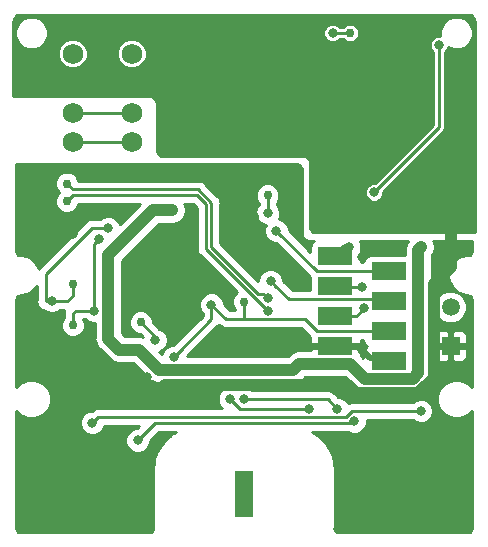
<source format=gbr>
%TF.GenerationSoftware,KiCad,Pcbnew,5.0.1-33cea8e~67~ubuntu18.04.1*%
%TF.CreationDate,2019-01-08T21:33:24+01:00*%
%TF.ProjectId,hvac-sensor-module,687661632D73656E736F722D6D6F6475,1.0*%
%TF.SameCoordinates,Original*%
%TF.FileFunction,Copper,L2,Bot,Signal*%
%TF.FilePolarity,Positive*%
%FSLAX46Y46*%
G04 Gerber Fmt 4.6, Leading zero omitted, Abs format (unit mm)*
G04 Created by KiCad (PCBNEW 5.0.1-33cea8e~67~ubuntu18.04.1) date Di 08 Jan 2019 21:33:24 CET*
%MOMM*%
%LPD*%
G01*
G04 APERTURE LIST*
%ADD10C,0.600000*%
%ADD11R,1.600000X4.000000*%
%ADD12C,1.750000*%
%ADD13R,3.000000X1.500000*%
%ADD14C,1.500000*%
%ADD15R,1.500000X1.500000*%
%ADD16C,0.750000*%
%ADD17C,0.800000*%
%ADD18C,0.500000*%
%ADD19C,1.000000*%
%ADD20C,0.250000*%
%ADD21C,0.254000*%
G04 APERTURE END LIST*
D10*
X144600000Y-121000000D03*
X144600000Y-121850000D03*
X144600000Y-120150000D03*
X145400000Y-121000000D03*
X145400000Y-121850000D03*
X145400000Y-120150000D03*
D11*
X145000000Y-121000000D03*
D12*
X130500000Y-83750000D03*
X130500000Y-86250000D03*
X130500000Y-88750000D03*
X130500000Y-91250000D03*
X135500000Y-83750000D03*
X135500000Y-86250000D03*
X135500000Y-88750000D03*
X135500000Y-91250000D03*
D13*
X157250000Y-109810000D03*
X152750000Y-108540000D03*
X157250000Y-107270000D03*
X152750000Y-106000000D03*
X157250000Y-104730000D03*
X152750000Y-103460000D03*
X157250000Y-102190000D03*
X152750000Y-100920000D03*
D14*
X162500000Y-105200000D03*
D15*
X162500000Y-108500000D03*
D16*
X154000000Y-82000000D03*
X130500000Y-103250000D03*
X130500000Y-106750000D03*
X145000000Y-104750000D03*
X147000000Y-95750000D03*
X136250000Y-106500000D03*
X130000000Y-96250000D03*
X130000000Y-94750000D03*
D17*
X135400000Y-103800000D03*
X152000000Y-92500000D03*
X149600000Y-93400000D03*
X126000000Y-93500000D03*
X138500000Y-93500000D03*
X136500000Y-100119448D03*
X155010000Y-108800000D03*
X157500000Y-115100000D03*
X142200000Y-103000000D03*
X126000000Y-100000000D03*
X126000000Y-110000000D03*
X126000000Y-120000000D03*
X164000000Y-120000000D03*
X164000000Y-110000000D03*
X164000000Y-100000000D03*
X126000000Y-124000000D03*
X137000000Y-124000000D03*
X153000000Y-124000000D03*
X164000000Y-124000000D03*
X137500000Y-116750000D03*
X152500000Y-116750000D03*
X162800000Y-85400000D03*
X154000000Y-91000000D03*
X152000000Y-91000000D03*
X138297418Y-111774990D03*
X144500000Y-111774990D03*
X136750000Y-111100010D03*
X155025008Y-101000000D03*
X144750001Y-96250000D03*
X146000000Y-102250000D03*
X155000000Y-112500000D03*
X143250000Y-107750000D03*
X151500000Y-108540000D03*
X133625010Y-93500000D03*
X130500000Y-99000000D03*
X153000000Y-91000000D03*
X156000000Y-95500000D03*
X161500000Y-83000000D03*
X160000000Y-100100000D03*
X138900000Y-97000000D03*
X133500000Y-102500000D03*
X149700000Y-110000000D03*
X155260001Y-111260001D03*
X153875000Y-100100000D03*
X133500000Y-106800000D03*
X136000000Y-116500012D03*
X154346791Y-114877890D03*
X142250000Y-105000000D03*
X139062382Y-109422353D03*
X160000000Y-114000000D03*
X132149960Y-115000000D03*
X155149988Y-105274990D03*
X147250000Y-103000000D03*
X155000000Y-103500000D03*
X147750000Y-98750000D03*
X137500000Y-108000000D03*
X147000000Y-105500000D03*
X146999683Y-104474364D03*
X152500000Y-82000000D03*
X152918396Y-113824979D03*
X145000000Y-112999998D03*
X150500000Y-113824979D03*
X143800000Y-113000000D03*
X147000000Y-97250000D03*
X133499984Y-98500000D03*
X128750000Y-104700000D03*
X132300000Y-105500000D03*
X132725010Y-99433286D03*
D18*
X152750000Y-108540000D02*
X154750000Y-108540000D01*
X156930000Y-109490000D02*
X157250000Y-109810000D01*
X155700000Y-109490000D02*
X156930000Y-109490000D01*
X154750000Y-108540000D02*
X155010000Y-108800000D01*
X155010000Y-108800000D02*
X155700000Y-109490000D01*
X136200000Y-103000000D02*
X135400000Y-103800000D01*
X142200000Y-103000000D02*
X136200000Y-103000000D01*
D19*
X162500000Y-101800000D02*
X161049999Y-103250001D01*
X161049999Y-103250001D02*
X161049999Y-111217074D01*
X159767073Y-112500000D02*
X155000000Y-112500000D01*
X154500000Y-112500000D02*
X153774990Y-111774990D01*
X138863103Y-111774990D02*
X138297418Y-111774990D01*
X162500000Y-98000000D02*
X162500000Y-101800000D01*
X161900000Y-97400000D02*
X162500000Y-98000000D01*
X152000000Y-92500000D02*
X152000000Y-93065685D01*
X161049999Y-111217074D02*
X159767073Y-112500000D01*
X152000000Y-93065685D02*
X156334315Y-97400000D01*
X156334315Y-97400000D02*
X161900000Y-97400000D01*
X153774990Y-111774990D02*
X144500000Y-111774990D01*
X144500000Y-111774990D02*
X138863103Y-111774990D01*
D18*
X144750001Y-96250000D02*
X146000000Y-97499999D01*
X146000000Y-101684315D02*
X146000000Y-102250000D01*
X146000000Y-97499999D02*
X146000000Y-101684315D01*
D19*
X155000000Y-112500000D02*
X154500000Y-112500000D01*
D18*
X144040000Y-108540000D02*
X143649999Y-108149999D01*
X143649999Y-108149999D02*
X143250000Y-107750000D01*
X152750000Y-108540000D02*
X151500000Y-108540000D01*
X151500000Y-108540000D02*
X144040000Y-108540000D01*
D20*
X156000000Y-95500000D02*
X161500000Y-90000000D01*
X161500000Y-90000000D02*
X161500000Y-83000000D01*
D19*
X133500000Y-100800000D02*
X137300000Y-97000000D01*
X137300000Y-97000000D02*
X138900000Y-97000000D01*
X133500000Y-102500000D02*
X133500000Y-100800000D01*
X133500000Y-106800000D02*
X133500000Y-102500000D01*
X155260001Y-111260001D02*
X154000000Y-110000000D01*
X154000000Y-110000000D02*
X149700000Y-110000000D01*
X159310001Y-111260001D02*
X155260001Y-111260001D01*
X159750000Y-110820002D02*
X159310001Y-111260001D01*
X160000000Y-100100000D02*
X159750000Y-100350000D01*
X159750000Y-100350000D02*
X159750000Y-110820002D01*
X136090696Y-108825011D02*
X134447007Y-108825011D01*
X149177645Y-110522355D02*
X137788040Y-110522355D01*
X133500000Y-107365685D02*
X133500000Y-106800000D01*
X137788040Y-110522355D02*
X136090696Y-108825011D01*
X133500000Y-107878004D02*
X133500000Y-107365685D01*
X149700000Y-110000000D02*
X149177645Y-110522355D01*
X134447007Y-108825011D02*
X133500000Y-107878004D01*
D18*
X153570000Y-100100000D02*
X152750000Y-100920000D01*
X153875000Y-100100000D02*
X153570000Y-100100000D01*
D20*
X154221791Y-115002890D02*
X154346791Y-114877890D01*
X137497122Y-115002890D02*
X154221791Y-115002890D01*
X136000000Y-116500012D02*
X137497122Y-115002890D01*
X143500000Y-106250000D02*
X142250000Y-105000000D01*
X151164998Y-107250000D02*
X150164998Y-106250000D01*
X157250000Y-107270000D02*
X157230000Y-107250000D01*
X157230000Y-107250000D02*
X151164998Y-107250000D01*
X150164998Y-106250000D02*
X145000000Y-106250000D01*
X145000000Y-104750000D02*
X145000000Y-106250000D01*
X145000000Y-106250000D02*
X143500000Y-106250000D01*
X142250000Y-105000000D02*
X142250000Y-106234735D01*
X139462381Y-109022354D02*
X139062382Y-109422353D01*
X142250000Y-106234735D02*
X139462381Y-109022354D01*
X132599971Y-114549989D02*
X132549959Y-114600001D01*
X132549959Y-114600001D02*
X132149960Y-115000000D01*
X153621789Y-114549989D02*
X132599971Y-114549989D01*
X160000000Y-114000000D02*
X154171778Y-114000000D01*
X154171778Y-114000000D02*
X153621789Y-114549989D01*
X152750000Y-106000000D02*
X154500000Y-106000000D01*
X155149988Y-105350012D02*
X155149988Y-105274990D01*
X154500000Y-106000000D02*
X155149988Y-105350012D01*
X157069988Y-104549988D02*
X148799988Y-104549988D01*
X148799988Y-104549988D02*
X147649999Y-103399999D01*
X157250000Y-104730000D02*
X157069988Y-104549988D01*
X147649999Y-103399999D02*
X147250000Y-103000000D01*
X152790000Y-103500000D02*
X152750000Y-103460000D01*
X155000000Y-103500000D02*
X152790000Y-103500000D01*
X147750000Y-98755002D02*
X147750000Y-98750000D01*
X157250000Y-102190000D02*
X151184998Y-102190000D01*
X151184998Y-102190000D02*
X147750000Y-98755002D01*
X130500000Y-91250000D02*
X135500000Y-91250000D01*
X130500000Y-88750000D02*
X135500000Y-88750000D01*
X137500000Y-108000000D02*
X137500000Y-107750000D01*
X137500000Y-107750000D02*
X136250000Y-106500000D01*
X130500000Y-95750000D02*
X130000000Y-96250000D01*
X141000000Y-95750000D02*
X130500000Y-95750000D01*
X141750000Y-96500000D02*
X141000000Y-95750000D01*
X147000000Y-105500000D02*
X141750000Y-100250000D01*
X141750000Y-100250000D02*
X141750000Y-96500000D01*
X146599684Y-104074365D02*
X146999683Y-104474364D01*
X130500000Y-95250000D02*
X141136411Y-95250000D01*
X142250000Y-100113590D02*
X146210775Y-104074365D01*
X146210775Y-104074365D02*
X146599684Y-104074365D01*
X141136411Y-95250000D02*
X142250000Y-96363589D01*
X130000000Y-94750000D02*
X130500000Y-95250000D01*
X142250000Y-96363589D02*
X142250000Y-100113590D01*
X154000000Y-82000000D02*
X152500000Y-82000000D01*
X152093415Y-112999998D02*
X145565685Y-112999998D01*
X145565685Y-112999998D02*
X145000000Y-112999998D01*
X152918396Y-113824979D02*
X152093415Y-112999998D01*
X144624979Y-113824979D02*
X144199999Y-113399999D01*
X144199999Y-113399999D02*
X143800000Y-113000000D01*
X150500000Y-113824979D02*
X144624979Y-113824979D01*
X147000000Y-97250000D02*
X147000000Y-95750000D01*
X128200000Y-104700000D02*
X128200000Y-102434315D01*
X128200000Y-102434315D02*
X132134315Y-98500000D01*
X132934299Y-98500000D02*
X133499984Y-98500000D01*
X132134315Y-98500000D02*
X132934299Y-98500000D01*
X130500000Y-104250000D02*
X130500000Y-103250000D01*
X130050000Y-104700000D02*
X130500000Y-104250000D01*
X128200000Y-104700000D02*
X128750000Y-104700000D01*
X128750000Y-104700000D02*
X130050000Y-104700000D01*
X130500000Y-106750000D02*
X130500000Y-105750000D01*
X130500000Y-105750000D02*
X130750000Y-105500000D01*
X130750000Y-105500000D02*
X131734315Y-105500000D01*
X131734315Y-105500000D02*
X132300000Y-105500000D01*
X132300000Y-99858296D02*
X132325011Y-99833285D01*
X132300000Y-105500000D02*
X132300000Y-99858296D01*
X132325011Y-99833285D02*
X132725010Y-99433286D01*
G36*
X164292001Y-100430264D02*
X164256959Y-100606435D01*
X164196667Y-100696668D01*
X164106435Y-100756959D01*
X163861877Y-100805604D01*
X163479194Y-100881724D01*
X163479193Y-100881724D01*
X163407745Y-100911319D01*
X163223974Y-100987439D01*
X163223973Y-100987440D01*
X162899550Y-101204212D01*
X162704212Y-101399549D01*
X162704212Y-101399550D01*
X162487439Y-101723974D01*
X162381725Y-101979192D01*
X162381724Y-101979194D01*
X162305605Y-102361873D01*
X162305604Y-102361875D01*
X162305604Y-102638123D01*
X162381724Y-103020806D01*
X162381724Y-103020807D01*
X162487439Y-103276026D01*
X162704211Y-103600448D01*
X162704212Y-103600451D01*
X162899550Y-103795788D01*
X163186057Y-103987225D01*
X162775096Y-103817000D01*
X162224904Y-103817000D01*
X161716593Y-104027549D01*
X161327549Y-104416593D01*
X161117000Y-104924904D01*
X161117000Y-105475096D01*
X161327549Y-105983407D01*
X161716593Y-106372451D01*
X162224904Y-106583000D01*
X162775096Y-106583000D01*
X163283407Y-106372451D01*
X163672451Y-105983407D01*
X163883000Y-105475096D01*
X163883000Y-104924904D01*
X163672451Y-104416593D01*
X163299846Y-104043988D01*
X163354895Y-104066790D01*
X163479193Y-104118276D01*
X163479194Y-104118276D01*
X163861877Y-104194396D01*
X164106435Y-104243041D01*
X164196667Y-104303332D01*
X164256959Y-104393565D01*
X164292000Y-104569731D01*
X164292000Y-111982590D01*
X163925020Y-111615610D01*
X163324824Y-111367000D01*
X162675176Y-111367000D01*
X162074980Y-111615610D01*
X161615610Y-112074980D01*
X161367000Y-112675176D01*
X161367000Y-113324824D01*
X161615610Y-113925020D01*
X162074980Y-114384390D01*
X162675176Y-114633000D01*
X163324824Y-114633000D01*
X163925020Y-114384390D01*
X164292000Y-114017410D01*
X164292001Y-123930264D01*
X164256959Y-124106435D01*
X164196667Y-124196668D01*
X164106435Y-124256959D01*
X163930269Y-124292000D01*
X153069731Y-124292000D01*
X152893565Y-124256959D01*
X152803332Y-124196667D01*
X152743041Y-124106435D01*
X152708000Y-123930269D01*
X152708000Y-118930271D01*
X152701816Y-118899184D01*
X152657784Y-118405809D01*
X152651919Y-118377611D01*
X152650361Y-118348846D01*
X152630190Y-118263520D01*
X152428783Y-117598527D01*
X152413488Y-117563351D01*
X152402656Y-117526547D01*
X152363397Y-117448149D01*
X152014411Y-116847325D01*
X151991431Y-116816607D01*
X151972425Y-116783286D01*
X151916184Y-116716022D01*
X151438339Y-116211598D01*
X151408911Y-116186992D01*
X151382748Y-116158936D01*
X151312552Y-116106423D01*
X151312541Y-116106414D01*
X151312535Y-116106411D01*
X150785528Y-115760890D01*
X153779182Y-115760890D01*
X154141314Y-115910890D01*
X154552268Y-115910890D01*
X154931939Y-115753625D01*
X155222526Y-115463038D01*
X155379791Y-115083367D01*
X155379791Y-114758000D01*
X159297117Y-114758000D01*
X159414852Y-114875735D01*
X159794523Y-115033000D01*
X160205477Y-115033000D01*
X160585148Y-114875735D01*
X160875735Y-114585148D01*
X161033000Y-114205477D01*
X161033000Y-113794523D01*
X160875735Y-113414852D01*
X160585148Y-113124265D01*
X160205477Y-112967000D01*
X159794523Y-112967000D01*
X159414852Y-113124265D01*
X159297117Y-113242000D01*
X154246430Y-113242000D01*
X154171778Y-113227151D01*
X154097126Y-113242000D01*
X154097122Y-113242000D01*
X153876021Y-113285980D01*
X153826854Y-113318832D01*
X153794131Y-113239831D01*
X153503544Y-112949244D01*
X153123873Y-112791979D01*
X152957369Y-112791979D01*
X152682191Y-112516801D01*
X152639902Y-112453511D01*
X152389172Y-112285978D01*
X152168071Y-112241998D01*
X152168067Y-112241998D01*
X152093415Y-112227149D01*
X152018763Y-112241998D01*
X145702883Y-112241998D01*
X145585148Y-112124263D01*
X145205477Y-111966998D01*
X144794523Y-111966998D01*
X144414852Y-112124263D01*
X144399999Y-112139116D01*
X144385148Y-112124265D01*
X144005477Y-111967000D01*
X143594523Y-111967000D01*
X143214852Y-112124265D01*
X142924265Y-112414852D01*
X142767000Y-112794523D01*
X142767000Y-113205477D01*
X142924265Y-113585148D01*
X143131106Y-113791989D01*
X132674623Y-113791989D01*
X132599971Y-113777140D01*
X132525319Y-113791989D01*
X132525315Y-113791989D01*
X132304214Y-113835969D01*
X132108113Y-113967000D01*
X131944483Y-113967000D01*
X131564812Y-114124265D01*
X131274225Y-114414852D01*
X131116960Y-114794523D01*
X131116960Y-115205477D01*
X131274225Y-115585148D01*
X131564812Y-115875735D01*
X131944483Y-116033000D01*
X132355437Y-116033000D01*
X132735108Y-115875735D01*
X133025695Y-115585148D01*
X133140498Y-115307989D01*
X136120050Y-115307989D01*
X135961027Y-115467012D01*
X135794523Y-115467012D01*
X135414852Y-115624277D01*
X135124265Y-115914864D01*
X134967000Y-116294535D01*
X134967000Y-116705489D01*
X135124265Y-117085160D01*
X135414852Y-117375747D01*
X135794523Y-117533012D01*
X136205477Y-117533012D01*
X136585148Y-117375747D01*
X136875735Y-117085160D01*
X137033000Y-116705489D01*
X137033000Y-116538985D01*
X137811096Y-115760890D01*
X139234173Y-115760890D01*
X138847325Y-115985589D01*
X138816607Y-116008569D01*
X138783286Y-116027575D01*
X138716022Y-116083816D01*
X138211598Y-116561661D01*
X138186992Y-116591089D01*
X138158936Y-116617252D01*
X138106423Y-116687448D01*
X138106414Y-116687459D01*
X138106411Y-116687465D01*
X137725447Y-117268531D01*
X137708272Y-117302828D01*
X137686985Y-117334747D01*
X137652024Y-117415153D01*
X137414950Y-118068281D01*
X137406125Y-118105613D01*
X137392753Y-118141569D01*
X137377226Y-118227862D01*
X137300054Y-118889779D01*
X137292000Y-118930272D01*
X137292001Y-123930264D01*
X137256959Y-124106435D01*
X137196667Y-124196668D01*
X137106435Y-124256959D01*
X136930269Y-124292000D01*
X126069731Y-124292000D01*
X125893565Y-124256959D01*
X125803332Y-124196667D01*
X125743041Y-124106435D01*
X125708000Y-123930269D01*
X125708000Y-114017410D01*
X126074980Y-114384390D01*
X126675176Y-114633000D01*
X127324824Y-114633000D01*
X127925020Y-114384390D01*
X128384390Y-113925020D01*
X128633000Y-113324824D01*
X128633000Y-112675176D01*
X128384390Y-112074980D01*
X127925020Y-111615610D01*
X127324824Y-111367000D01*
X126675176Y-111367000D01*
X126074980Y-111615610D01*
X125708000Y-111982590D01*
X125708000Y-104569731D01*
X125743041Y-104393565D01*
X125803332Y-104303333D01*
X125893565Y-104243041D01*
X126138123Y-104194396D01*
X126520806Y-104118276D01*
X126520807Y-104118276D01*
X126776026Y-104012561D01*
X127100448Y-103795789D01*
X127100451Y-103795788D01*
X127295788Y-103600450D01*
X127442001Y-103381627D01*
X127442000Y-104625344D01*
X127427150Y-104700000D01*
X127485980Y-104995757D01*
X127653513Y-105246487D01*
X127904243Y-105414020D01*
X128027693Y-105438576D01*
X128164852Y-105575735D01*
X128544523Y-105733000D01*
X128955477Y-105733000D01*
X129335148Y-105575735D01*
X129452883Y-105458000D01*
X129785233Y-105458000D01*
X129727151Y-105750000D01*
X129742001Y-105824656D01*
X129742001Y-106082472D01*
X129645459Y-106179014D01*
X129492000Y-106549496D01*
X129492000Y-106950504D01*
X129645459Y-107320986D01*
X129929014Y-107604541D01*
X130299496Y-107758000D01*
X130700504Y-107758000D01*
X131070986Y-107604541D01*
X131354541Y-107320986D01*
X131508000Y-106950504D01*
X131508000Y-106549496D01*
X131387258Y-106258000D01*
X131597117Y-106258000D01*
X131714852Y-106375735D01*
X132094523Y-106533000D01*
X132367000Y-106533000D01*
X132367000Y-107766418D01*
X132344804Y-107878004D01*
X132367000Y-107989590D01*
X132432738Y-108320077D01*
X132683153Y-108694851D01*
X132777754Y-108758062D01*
X133566951Y-109547259D01*
X133630160Y-109641858D01*
X134004933Y-109892273D01*
X134335420Y-109958011D01*
X134447006Y-109980207D01*
X134558592Y-109958011D01*
X135621393Y-109958011D01*
X136907982Y-111244600D01*
X136971193Y-111339202D01*
X137345966Y-111589617D01*
X137676453Y-111655355D01*
X137676454Y-111655355D01*
X137788040Y-111677551D01*
X137899626Y-111655355D01*
X149066059Y-111655355D01*
X149177645Y-111677551D01*
X149289231Y-111655355D01*
X149289232Y-111655355D01*
X149619719Y-111589617D01*
X149994492Y-111339202D01*
X150057703Y-111244600D01*
X150169303Y-111133000D01*
X153530697Y-111133000D01*
X154379945Y-111982249D01*
X154443154Y-112076848D01*
X154537752Y-112140056D01*
X154537753Y-112140057D01*
X154817926Y-112327263D01*
X155260001Y-112415197D01*
X155371588Y-112393001D01*
X159198415Y-112393001D01*
X159310001Y-112415197D01*
X159421587Y-112393001D01*
X159421588Y-112393001D01*
X159752075Y-112327263D01*
X160126848Y-112076848D01*
X160190059Y-111982246D01*
X160472245Y-111700060D01*
X160566847Y-111636849D01*
X160817262Y-111262076D01*
X160883000Y-110931589D01*
X160905196Y-110820002D01*
X160883000Y-110708415D01*
X160883000Y-108787250D01*
X161117000Y-108787250D01*
X161117000Y-109375912D01*
X161213369Y-109608566D01*
X161391435Y-109786632D01*
X161624089Y-109883000D01*
X162212750Y-109883000D01*
X162371000Y-109724750D01*
X162371000Y-108629000D01*
X162629000Y-108629000D01*
X162629000Y-109724750D01*
X162787250Y-109883000D01*
X163375911Y-109883000D01*
X163608565Y-109786632D01*
X163786631Y-109608566D01*
X163883000Y-109375912D01*
X163883000Y-108787250D01*
X163724750Y-108629000D01*
X162629000Y-108629000D01*
X162371000Y-108629000D01*
X161275250Y-108629000D01*
X161117000Y-108787250D01*
X160883000Y-108787250D01*
X160883000Y-107624088D01*
X161117000Y-107624088D01*
X161117000Y-108212750D01*
X161275250Y-108371000D01*
X162371000Y-108371000D01*
X162371000Y-107275250D01*
X162629000Y-107275250D01*
X162629000Y-108371000D01*
X163724750Y-108371000D01*
X163883000Y-108212750D01*
X163883000Y-107624088D01*
X163786631Y-107391434D01*
X163608565Y-107213368D01*
X163375911Y-107117000D01*
X162787250Y-107117000D01*
X162629000Y-107275250D01*
X162371000Y-107275250D01*
X162212750Y-107117000D01*
X161624089Y-107117000D01*
X161391435Y-107213368D01*
X161213369Y-107391434D01*
X161117000Y-107624088D01*
X160883000Y-107624088D01*
X160883000Y-100817840D01*
X161067261Y-100542074D01*
X161155195Y-100100001D01*
X161067261Y-99657926D01*
X161045261Y-99625000D01*
X164292001Y-99625000D01*
X164292001Y-100430264D01*
X164292001Y-100430264D01*
G37*
X164292001Y-100430264D02*
X164256959Y-100606435D01*
X164196667Y-100696668D01*
X164106435Y-100756959D01*
X163861877Y-100805604D01*
X163479194Y-100881724D01*
X163479193Y-100881724D01*
X163407745Y-100911319D01*
X163223974Y-100987439D01*
X163223973Y-100987440D01*
X162899550Y-101204212D01*
X162704212Y-101399549D01*
X162704212Y-101399550D01*
X162487439Y-101723974D01*
X162381725Y-101979192D01*
X162381724Y-101979194D01*
X162305605Y-102361873D01*
X162305604Y-102361875D01*
X162305604Y-102638123D01*
X162381724Y-103020806D01*
X162381724Y-103020807D01*
X162487439Y-103276026D01*
X162704211Y-103600448D01*
X162704212Y-103600451D01*
X162899550Y-103795788D01*
X163186057Y-103987225D01*
X162775096Y-103817000D01*
X162224904Y-103817000D01*
X161716593Y-104027549D01*
X161327549Y-104416593D01*
X161117000Y-104924904D01*
X161117000Y-105475096D01*
X161327549Y-105983407D01*
X161716593Y-106372451D01*
X162224904Y-106583000D01*
X162775096Y-106583000D01*
X163283407Y-106372451D01*
X163672451Y-105983407D01*
X163883000Y-105475096D01*
X163883000Y-104924904D01*
X163672451Y-104416593D01*
X163299846Y-104043988D01*
X163354895Y-104066790D01*
X163479193Y-104118276D01*
X163479194Y-104118276D01*
X163861877Y-104194396D01*
X164106435Y-104243041D01*
X164196667Y-104303332D01*
X164256959Y-104393565D01*
X164292000Y-104569731D01*
X164292000Y-111982590D01*
X163925020Y-111615610D01*
X163324824Y-111367000D01*
X162675176Y-111367000D01*
X162074980Y-111615610D01*
X161615610Y-112074980D01*
X161367000Y-112675176D01*
X161367000Y-113324824D01*
X161615610Y-113925020D01*
X162074980Y-114384390D01*
X162675176Y-114633000D01*
X163324824Y-114633000D01*
X163925020Y-114384390D01*
X164292000Y-114017410D01*
X164292001Y-123930264D01*
X164256959Y-124106435D01*
X164196667Y-124196668D01*
X164106435Y-124256959D01*
X163930269Y-124292000D01*
X153069731Y-124292000D01*
X152893565Y-124256959D01*
X152803332Y-124196667D01*
X152743041Y-124106435D01*
X152708000Y-123930269D01*
X152708000Y-118930271D01*
X152701816Y-118899184D01*
X152657784Y-118405809D01*
X152651919Y-118377611D01*
X152650361Y-118348846D01*
X152630190Y-118263520D01*
X152428783Y-117598527D01*
X152413488Y-117563351D01*
X152402656Y-117526547D01*
X152363397Y-117448149D01*
X152014411Y-116847325D01*
X151991431Y-116816607D01*
X151972425Y-116783286D01*
X151916184Y-116716022D01*
X151438339Y-116211598D01*
X151408911Y-116186992D01*
X151382748Y-116158936D01*
X151312552Y-116106423D01*
X151312541Y-116106414D01*
X151312535Y-116106411D01*
X150785528Y-115760890D01*
X153779182Y-115760890D01*
X154141314Y-115910890D01*
X154552268Y-115910890D01*
X154931939Y-115753625D01*
X155222526Y-115463038D01*
X155379791Y-115083367D01*
X155379791Y-114758000D01*
X159297117Y-114758000D01*
X159414852Y-114875735D01*
X159794523Y-115033000D01*
X160205477Y-115033000D01*
X160585148Y-114875735D01*
X160875735Y-114585148D01*
X161033000Y-114205477D01*
X161033000Y-113794523D01*
X160875735Y-113414852D01*
X160585148Y-113124265D01*
X160205477Y-112967000D01*
X159794523Y-112967000D01*
X159414852Y-113124265D01*
X159297117Y-113242000D01*
X154246430Y-113242000D01*
X154171778Y-113227151D01*
X154097126Y-113242000D01*
X154097122Y-113242000D01*
X153876021Y-113285980D01*
X153826854Y-113318832D01*
X153794131Y-113239831D01*
X153503544Y-112949244D01*
X153123873Y-112791979D01*
X152957369Y-112791979D01*
X152682191Y-112516801D01*
X152639902Y-112453511D01*
X152389172Y-112285978D01*
X152168071Y-112241998D01*
X152168067Y-112241998D01*
X152093415Y-112227149D01*
X152018763Y-112241998D01*
X145702883Y-112241998D01*
X145585148Y-112124263D01*
X145205477Y-111966998D01*
X144794523Y-111966998D01*
X144414852Y-112124263D01*
X144399999Y-112139116D01*
X144385148Y-112124265D01*
X144005477Y-111967000D01*
X143594523Y-111967000D01*
X143214852Y-112124265D01*
X142924265Y-112414852D01*
X142767000Y-112794523D01*
X142767000Y-113205477D01*
X142924265Y-113585148D01*
X143131106Y-113791989D01*
X132674623Y-113791989D01*
X132599971Y-113777140D01*
X132525319Y-113791989D01*
X132525315Y-113791989D01*
X132304214Y-113835969D01*
X132108113Y-113967000D01*
X131944483Y-113967000D01*
X131564812Y-114124265D01*
X131274225Y-114414852D01*
X131116960Y-114794523D01*
X131116960Y-115205477D01*
X131274225Y-115585148D01*
X131564812Y-115875735D01*
X131944483Y-116033000D01*
X132355437Y-116033000D01*
X132735108Y-115875735D01*
X133025695Y-115585148D01*
X133140498Y-115307989D01*
X136120050Y-115307989D01*
X135961027Y-115467012D01*
X135794523Y-115467012D01*
X135414852Y-115624277D01*
X135124265Y-115914864D01*
X134967000Y-116294535D01*
X134967000Y-116705489D01*
X135124265Y-117085160D01*
X135414852Y-117375747D01*
X135794523Y-117533012D01*
X136205477Y-117533012D01*
X136585148Y-117375747D01*
X136875735Y-117085160D01*
X137033000Y-116705489D01*
X137033000Y-116538985D01*
X137811096Y-115760890D01*
X139234173Y-115760890D01*
X138847325Y-115985589D01*
X138816607Y-116008569D01*
X138783286Y-116027575D01*
X138716022Y-116083816D01*
X138211598Y-116561661D01*
X138186992Y-116591089D01*
X138158936Y-116617252D01*
X138106423Y-116687448D01*
X138106414Y-116687459D01*
X138106411Y-116687465D01*
X137725447Y-117268531D01*
X137708272Y-117302828D01*
X137686985Y-117334747D01*
X137652024Y-117415153D01*
X137414950Y-118068281D01*
X137406125Y-118105613D01*
X137392753Y-118141569D01*
X137377226Y-118227862D01*
X137300054Y-118889779D01*
X137292000Y-118930272D01*
X137292001Y-123930264D01*
X137256959Y-124106435D01*
X137196667Y-124196668D01*
X137106435Y-124256959D01*
X136930269Y-124292000D01*
X126069731Y-124292000D01*
X125893565Y-124256959D01*
X125803332Y-124196667D01*
X125743041Y-124106435D01*
X125708000Y-123930269D01*
X125708000Y-114017410D01*
X126074980Y-114384390D01*
X126675176Y-114633000D01*
X127324824Y-114633000D01*
X127925020Y-114384390D01*
X128384390Y-113925020D01*
X128633000Y-113324824D01*
X128633000Y-112675176D01*
X128384390Y-112074980D01*
X127925020Y-111615610D01*
X127324824Y-111367000D01*
X126675176Y-111367000D01*
X126074980Y-111615610D01*
X125708000Y-111982590D01*
X125708000Y-104569731D01*
X125743041Y-104393565D01*
X125803332Y-104303333D01*
X125893565Y-104243041D01*
X126138123Y-104194396D01*
X126520806Y-104118276D01*
X126520807Y-104118276D01*
X126776026Y-104012561D01*
X127100448Y-103795789D01*
X127100451Y-103795788D01*
X127295788Y-103600450D01*
X127442001Y-103381627D01*
X127442000Y-104625344D01*
X127427150Y-104700000D01*
X127485980Y-104995757D01*
X127653513Y-105246487D01*
X127904243Y-105414020D01*
X128027693Y-105438576D01*
X128164852Y-105575735D01*
X128544523Y-105733000D01*
X128955477Y-105733000D01*
X129335148Y-105575735D01*
X129452883Y-105458000D01*
X129785233Y-105458000D01*
X129727151Y-105750000D01*
X129742001Y-105824656D01*
X129742001Y-106082472D01*
X129645459Y-106179014D01*
X129492000Y-106549496D01*
X129492000Y-106950504D01*
X129645459Y-107320986D01*
X129929014Y-107604541D01*
X130299496Y-107758000D01*
X130700504Y-107758000D01*
X131070986Y-107604541D01*
X131354541Y-107320986D01*
X131508000Y-106950504D01*
X131508000Y-106549496D01*
X131387258Y-106258000D01*
X131597117Y-106258000D01*
X131714852Y-106375735D01*
X132094523Y-106533000D01*
X132367000Y-106533000D01*
X132367000Y-107766418D01*
X132344804Y-107878004D01*
X132367000Y-107989590D01*
X132432738Y-108320077D01*
X132683153Y-108694851D01*
X132777754Y-108758062D01*
X133566951Y-109547259D01*
X133630160Y-109641858D01*
X134004933Y-109892273D01*
X134335420Y-109958011D01*
X134447006Y-109980207D01*
X134558592Y-109958011D01*
X135621393Y-109958011D01*
X136907982Y-111244600D01*
X136971193Y-111339202D01*
X137345966Y-111589617D01*
X137676453Y-111655355D01*
X137676454Y-111655355D01*
X137788040Y-111677551D01*
X137899626Y-111655355D01*
X149066059Y-111655355D01*
X149177645Y-111677551D01*
X149289231Y-111655355D01*
X149289232Y-111655355D01*
X149619719Y-111589617D01*
X149994492Y-111339202D01*
X150057703Y-111244600D01*
X150169303Y-111133000D01*
X153530697Y-111133000D01*
X154379945Y-111982249D01*
X154443154Y-112076848D01*
X154537752Y-112140056D01*
X154537753Y-112140057D01*
X154817926Y-112327263D01*
X155260001Y-112415197D01*
X155371588Y-112393001D01*
X159198415Y-112393001D01*
X159310001Y-112415197D01*
X159421587Y-112393001D01*
X159421588Y-112393001D01*
X159752075Y-112327263D01*
X160126848Y-112076848D01*
X160190059Y-111982246D01*
X160472245Y-111700060D01*
X160566847Y-111636849D01*
X160817262Y-111262076D01*
X160883000Y-110931589D01*
X160905196Y-110820002D01*
X160883000Y-110708415D01*
X160883000Y-108787250D01*
X161117000Y-108787250D01*
X161117000Y-109375912D01*
X161213369Y-109608566D01*
X161391435Y-109786632D01*
X161624089Y-109883000D01*
X162212750Y-109883000D01*
X162371000Y-109724750D01*
X162371000Y-108629000D01*
X162629000Y-108629000D01*
X162629000Y-109724750D01*
X162787250Y-109883000D01*
X163375911Y-109883000D01*
X163608565Y-109786632D01*
X163786631Y-109608566D01*
X163883000Y-109375912D01*
X163883000Y-108787250D01*
X163724750Y-108629000D01*
X162629000Y-108629000D01*
X162371000Y-108629000D01*
X161275250Y-108629000D01*
X161117000Y-108787250D01*
X160883000Y-108787250D01*
X160883000Y-107624088D01*
X161117000Y-107624088D01*
X161117000Y-108212750D01*
X161275250Y-108371000D01*
X162371000Y-108371000D01*
X162371000Y-107275250D01*
X162629000Y-107275250D01*
X162629000Y-108371000D01*
X163724750Y-108371000D01*
X163883000Y-108212750D01*
X163883000Y-107624088D01*
X163786631Y-107391434D01*
X163608565Y-107213368D01*
X163375911Y-107117000D01*
X162787250Y-107117000D01*
X162629000Y-107275250D01*
X162371000Y-107275250D01*
X162212750Y-107117000D01*
X161624089Y-107117000D01*
X161391435Y-107213368D01*
X161213369Y-107391434D01*
X161117000Y-107624088D01*
X160883000Y-107624088D01*
X160883000Y-100817840D01*
X161067261Y-100542074D01*
X161155195Y-100100001D01*
X161067261Y-99657926D01*
X161045261Y-99625000D01*
X164292001Y-99625000D01*
X164292001Y-100430264D01*
G36*
X157379000Y-109681000D02*
X157399000Y-109681000D01*
X157399000Y-109939000D01*
X157379000Y-109939000D01*
X157379000Y-109959000D01*
X157121000Y-109959000D01*
X157121000Y-109939000D01*
X157101000Y-109939000D01*
X157101000Y-109681000D01*
X157121000Y-109681000D01*
X157121000Y-109661000D01*
X157379000Y-109661000D01*
X157379000Y-109681000D01*
X157379000Y-109681000D01*
G37*
X157379000Y-109681000D02*
X157399000Y-109681000D01*
X157399000Y-109939000D01*
X157379000Y-109939000D01*
X157379000Y-109959000D01*
X157121000Y-109959000D01*
X157121000Y-109939000D01*
X157101000Y-109939000D01*
X157101000Y-109681000D01*
X157121000Y-109681000D01*
X157121000Y-109661000D01*
X157379000Y-109661000D01*
X157379000Y-109681000D01*
G36*
X142911225Y-106733199D02*
X142953513Y-106796487D01*
X143016800Y-106838774D01*
X143016802Y-106838776D01*
X143143767Y-106923611D01*
X143204243Y-106964020D01*
X143425344Y-107008000D01*
X143425348Y-107008000D01*
X143500000Y-107022849D01*
X143574652Y-107008000D01*
X144925345Y-107008000D01*
X145000000Y-107022850D01*
X145074656Y-107008000D01*
X149851025Y-107008000D01*
X150576223Y-107733199D01*
X150617000Y-107794226D01*
X150617000Y-108252750D01*
X150775250Y-108411000D01*
X152621000Y-108411000D01*
X152621000Y-108391000D01*
X152879000Y-108391000D01*
X152879000Y-108411000D01*
X154724750Y-108411000D01*
X154883000Y-108252750D01*
X154883000Y-108008000D01*
X155104599Y-108008000D01*
X155104599Y-108020000D01*
X155153727Y-108266984D01*
X155293633Y-108476367D01*
X155380436Y-108534367D01*
X155213368Y-108701435D01*
X155117000Y-108934089D01*
X155117000Y-109514697D01*
X154883000Y-109280697D01*
X154883000Y-108827250D01*
X154724750Y-108669000D01*
X152879000Y-108669000D01*
X152879000Y-108689000D01*
X152621000Y-108689000D01*
X152621000Y-108669000D01*
X150775250Y-108669000D01*
X150617000Y-108827250D01*
X150617000Y-108867000D01*
X149811587Y-108867000D01*
X149700000Y-108844804D01*
X149257925Y-108932738D01*
X149112625Y-109029825D01*
X148883153Y-109183153D01*
X148819942Y-109277755D01*
X148708342Y-109389355D01*
X140167353Y-109389355D01*
X142733196Y-106823512D01*
X142796487Y-106781222D01*
X142861680Y-106683654D01*
X142911225Y-106733199D01*
X142911225Y-106733199D01*
G37*
X142911225Y-106733199D02*
X142953513Y-106796487D01*
X143016800Y-106838774D01*
X143016802Y-106838776D01*
X143143767Y-106923611D01*
X143204243Y-106964020D01*
X143425344Y-107008000D01*
X143425348Y-107008000D01*
X143500000Y-107022849D01*
X143574652Y-107008000D01*
X144925345Y-107008000D01*
X145000000Y-107022850D01*
X145074656Y-107008000D01*
X149851025Y-107008000D01*
X150576223Y-107733199D01*
X150617000Y-107794226D01*
X150617000Y-108252750D01*
X150775250Y-108411000D01*
X152621000Y-108411000D01*
X152621000Y-108391000D01*
X152879000Y-108391000D01*
X152879000Y-108411000D01*
X154724750Y-108411000D01*
X154883000Y-108252750D01*
X154883000Y-108008000D01*
X155104599Y-108008000D01*
X155104599Y-108020000D01*
X155153727Y-108266984D01*
X155293633Y-108476367D01*
X155380436Y-108534367D01*
X155213368Y-108701435D01*
X155117000Y-108934089D01*
X155117000Y-109514697D01*
X154883000Y-109280697D01*
X154883000Y-108827250D01*
X154724750Y-108669000D01*
X152879000Y-108669000D01*
X152879000Y-108689000D01*
X152621000Y-108689000D01*
X152621000Y-108669000D01*
X150775250Y-108669000D01*
X150617000Y-108827250D01*
X150617000Y-108867000D01*
X149811587Y-108867000D01*
X149700000Y-108844804D01*
X149257925Y-108932738D01*
X149112625Y-109029825D01*
X148883153Y-109183153D01*
X148819942Y-109277755D01*
X148708342Y-109389355D01*
X140167353Y-109389355D01*
X142733196Y-106823512D01*
X142796487Y-106781222D01*
X142861680Y-106683654D01*
X142911225Y-106733199D01*
G36*
X140992001Y-96813975D02*
X140992000Y-100175348D01*
X140977151Y-100250000D01*
X140992000Y-100324652D01*
X140992000Y-100324655D01*
X141035980Y-100545756D01*
X141203513Y-100796487D01*
X141266803Y-100838776D01*
X144376250Y-103948223D01*
X144145459Y-104179014D01*
X143992000Y-104549496D01*
X143992000Y-104950504D01*
X144145459Y-105320986D01*
X144242000Y-105417527D01*
X144242000Y-105492000D01*
X143813974Y-105492000D01*
X143283000Y-104961027D01*
X143283000Y-104794523D01*
X143125735Y-104414852D01*
X142835148Y-104124265D01*
X142455477Y-103967000D01*
X142044523Y-103967000D01*
X141664852Y-104124265D01*
X141374265Y-104414852D01*
X141217000Y-104794523D01*
X141217000Y-105205477D01*
X141374265Y-105585148D01*
X141492001Y-105702884D01*
X141492001Y-105920761D01*
X139023409Y-108389353D01*
X138856905Y-108389353D01*
X138477234Y-108546618D01*
X138186647Y-108837205D01*
X138045632Y-109177644D01*
X137843724Y-108975736D01*
X138085148Y-108875735D01*
X138375735Y-108585148D01*
X138533000Y-108205477D01*
X138533000Y-107794523D01*
X138375735Y-107414852D01*
X138085148Y-107124265D01*
X137848015Y-107026041D01*
X137258000Y-106436027D01*
X137258000Y-106299496D01*
X137104541Y-105929014D01*
X136820986Y-105645459D01*
X136450504Y-105492000D01*
X136049496Y-105492000D01*
X135679014Y-105645459D01*
X135395459Y-105929014D01*
X135242000Y-106299496D01*
X135242000Y-106700504D01*
X135395459Y-107070986D01*
X135679014Y-107354541D01*
X136049496Y-107508000D01*
X136186027Y-107508000D01*
X136411691Y-107733665D01*
X136202283Y-107692011D01*
X136202282Y-107692011D01*
X136090696Y-107669815D01*
X135979110Y-107692011D01*
X134916311Y-107692011D01*
X134633000Y-107408701D01*
X134633000Y-101269303D01*
X137769304Y-98133000D01*
X139011587Y-98133000D01*
X139342074Y-98067262D01*
X139716847Y-97816847D01*
X139967262Y-97442074D01*
X140055196Y-97000000D01*
X139967262Y-96557926D01*
X139933903Y-96508000D01*
X140686027Y-96508000D01*
X140992001Y-96813975D01*
X140992001Y-96813975D01*
G37*
X140992001Y-96813975D02*
X140992000Y-100175348D01*
X140977151Y-100250000D01*
X140992000Y-100324652D01*
X140992000Y-100324655D01*
X141035980Y-100545756D01*
X141203513Y-100796487D01*
X141266803Y-100838776D01*
X144376250Y-103948223D01*
X144145459Y-104179014D01*
X143992000Y-104549496D01*
X143992000Y-104950504D01*
X144145459Y-105320986D01*
X144242000Y-105417527D01*
X144242000Y-105492000D01*
X143813974Y-105492000D01*
X143283000Y-104961027D01*
X143283000Y-104794523D01*
X143125735Y-104414852D01*
X142835148Y-104124265D01*
X142455477Y-103967000D01*
X142044523Y-103967000D01*
X141664852Y-104124265D01*
X141374265Y-104414852D01*
X141217000Y-104794523D01*
X141217000Y-105205477D01*
X141374265Y-105585148D01*
X141492001Y-105702884D01*
X141492001Y-105920761D01*
X139023409Y-108389353D01*
X138856905Y-108389353D01*
X138477234Y-108546618D01*
X138186647Y-108837205D01*
X138045632Y-109177644D01*
X137843724Y-108975736D01*
X138085148Y-108875735D01*
X138375735Y-108585148D01*
X138533000Y-108205477D01*
X138533000Y-107794523D01*
X138375735Y-107414852D01*
X138085148Y-107124265D01*
X137848015Y-107026041D01*
X137258000Y-106436027D01*
X137258000Y-106299496D01*
X137104541Y-105929014D01*
X136820986Y-105645459D01*
X136450504Y-105492000D01*
X136049496Y-105492000D01*
X135679014Y-105645459D01*
X135395459Y-105929014D01*
X135242000Y-106299496D01*
X135242000Y-106700504D01*
X135395459Y-107070986D01*
X135679014Y-107354541D01*
X136049496Y-107508000D01*
X136186027Y-107508000D01*
X136411691Y-107733665D01*
X136202283Y-107692011D01*
X136202282Y-107692011D01*
X136090696Y-107669815D01*
X135979110Y-107692011D01*
X134916311Y-107692011D01*
X134633000Y-107408701D01*
X134633000Y-101269303D01*
X137769304Y-98133000D01*
X139011587Y-98133000D01*
X139342074Y-98067262D01*
X139716847Y-97816847D01*
X139967262Y-97442074D01*
X140055196Y-97000000D01*
X139967262Y-96557926D01*
X139933903Y-96508000D01*
X140686027Y-96508000D01*
X140992001Y-96813975D01*
G36*
X149685296Y-93179059D02*
X149820941Y-93314704D01*
X149875000Y-93516457D01*
X149875000Y-99000000D01*
X149879259Y-99032352D01*
X149946246Y-99282352D01*
X149978599Y-99338388D01*
X150161612Y-99521401D01*
X150217648Y-99553754D01*
X150467648Y-99620741D01*
X150500000Y-99625000D01*
X150926281Y-99625000D01*
X150793633Y-99713633D01*
X150653727Y-99923016D01*
X150604599Y-100170000D01*
X150604599Y-100537627D01*
X148783000Y-98716029D01*
X148783000Y-98544523D01*
X148625735Y-98164852D01*
X148335148Y-97874265D01*
X147955477Y-97717000D01*
X147924674Y-97717000D01*
X148033000Y-97455477D01*
X148033000Y-97044523D01*
X147875735Y-96664852D01*
X147758000Y-96547117D01*
X147758000Y-96417527D01*
X147854541Y-96320986D01*
X148008000Y-95950504D01*
X148008000Y-95549496D01*
X147854541Y-95179014D01*
X147570986Y-94895459D01*
X147200504Y-94742000D01*
X146799496Y-94742000D01*
X146429014Y-94895459D01*
X146145459Y-95179014D01*
X145992000Y-95549496D01*
X145992000Y-95950504D01*
X146145459Y-96320986D01*
X146242001Y-96417528D01*
X146242000Y-96547117D01*
X146124265Y-96664852D01*
X145967000Y-97044523D01*
X145967000Y-97455477D01*
X146124265Y-97835148D01*
X146414852Y-98125735D01*
X146794523Y-98283000D01*
X146825326Y-98283000D01*
X146717000Y-98544523D01*
X146717000Y-98955477D01*
X146874265Y-99335148D01*
X147164852Y-99625735D01*
X147544523Y-99783000D01*
X147706025Y-99783000D01*
X150596223Y-102673199D01*
X150608318Y-102691301D01*
X150604599Y-102710000D01*
X150604599Y-103791988D01*
X149113962Y-103791988D01*
X148283000Y-102961027D01*
X148283000Y-102794523D01*
X148125735Y-102414852D01*
X147835148Y-102124265D01*
X147455477Y-101967000D01*
X147044523Y-101967000D01*
X146664852Y-102124265D01*
X146374265Y-102414852D01*
X146217000Y-102794523D01*
X146217000Y-103008617D01*
X143008000Y-99799617D01*
X143008000Y-96438241D01*
X143022849Y-96363589D01*
X143008000Y-96288937D01*
X143008000Y-96288933D01*
X142964020Y-96067832D01*
X142796487Y-95817102D01*
X142733197Y-95774813D01*
X141725188Y-94766804D01*
X141682898Y-94703513D01*
X141432168Y-94535980D01*
X141211067Y-94492000D01*
X141211063Y-94492000D01*
X141136411Y-94477151D01*
X141061759Y-94492000D01*
X130984184Y-94492000D01*
X130854541Y-94179014D01*
X130570986Y-93895459D01*
X130200504Y-93742000D01*
X129799496Y-93742000D01*
X129429014Y-93895459D01*
X129145459Y-94179014D01*
X128992000Y-94549496D01*
X128992000Y-94950504D01*
X129145459Y-95320986D01*
X129324473Y-95500000D01*
X129145459Y-95679014D01*
X128992000Y-96049496D01*
X128992000Y-96450504D01*
X129145459Y-96820986D01*
X129429014Y-97104541D01*
X129799496Y-97258000D01*
X130200504Y-97258000D01*
X130570986Y-97104541D01*
X130854541Y-96820986D01*
X130984184Y-96508000D01*
X136189696Y-96508000D01*
X134494963Y-98202733D01*
X134375719Y-97914852D01*
X134085132Y-97624265D01*
X133705461Y-97467000D01*
X133294507Y-97467000D01*
X132914836Y-97624265D01*
X132797101Y-97742000D01*
X132208967Y-97742000D01*
X132134315Y-97727151D01*
X132059663Y-97742000D01*
X132059659Y-97742000D01*
X131838558Y-97785980D01*
X131587828Y-97953513D01*
X131545538Y-98016804D01*
X127716801Y-101845541D01*
X127653514Y-101887828D01*
X127611227Y-101951115D01*
X127611224Y-101951118D01*
X127608398Y-101955347D01*
X127552459Y-101820298D01*
X127512561Y-101723974D01*
X127512559Y-101723972D01*
X127295788Y-101399550D01*
X127100451Y-101204212D01*
X127100448Y-101204211D01*
X126776026Y-100987439D01*
X126520807Y-100881724D01*
X126520806Y-100881724D01*
X126138123Y-100805604D01*
X125893565Y-100756959D01*
X125803332Y-100696667D01*
X125743041Y-100606435D01*
X125708000Y-100430269D01*
X125708000Y-93125000D01*
X149483543Y-93125000D01*
X149685296Y-93179059D01*
X149685296Y-93179059D01*
G37*
X149685296Y-93179059D02*
X149820941Y-93314704D01*
X149875000Y-93516457D01*
X149875000Y-99000000D01*
X149879259Y-99032352D01*
X149946246Y-99282352D01*
X149978599Y-99338388D01*
X150161612Y-99521401D01*
X150217648Y-99553754D01*
X150467648Y-99620741D01*
X150500000Y-99625000D01*
X150926281Y-99625000D01*
X150793633Y-99713633D01*
X150653727Y-99923016D01*
X150604599Y-100170000D01*
X150604599Y-100537627D01*
X148783000Y-98716029D01*
X148783000Y-98544523D01*
X148625735Y-98164852D01*
X148335148Y-97874265D01*
X147955477Y-97717000D01*
X147924674Y-97717000D01*
X148033000Y-97455477D01*
X148033000Y-97044523D01*
X147875735Y-96664852D01*
X147758000Y-96547117D01*
X147758000Y-96417527D01*
X147854541Y-96320986D01*
X148008000Y-95950504D01*
X148008000Y-95549496D01*
X147854541Y-95179014D01*
X147570986Y-94895459D01*
X147200504Y-94742000D01*
X146799496Y-94742000D01*
X146429014Y-94895459D01*
X146145459Y-95179014D01*
X145992000Y-95549496D01*
X145992000Y-95950504D01*
X146145459Y-96320986D01*
X146242001Y-96417528D01*
X146242000Y-96547117D01*
X146124265Y-96664852D01*
X145967000Y-97044523D01*
X145967000Y-97455477D01*
X146124265Y-97835148D01*
X146414852Y-98125735D01*
X146794523Y-98283000D01*
X146825326Y-98283000D01*
X146717000Y-98544523D01*
X146717000Y-98955477D01*
X146874265Y-99335148D01*
X147164852Y-99625735D01*
X147544523Y-99783000D01*
X147706025Y-99783000D01*
X150596223Y-102673199D01*
X150608318Y-102691301D01*
X150604599Y-102710000D01*
X150604599Y-103791988D01*
X149113962Y-103791988D01*
X148283000Y-102961027D01*
X148283000Y-102794523D01*
X148125735Y-102414852D01*
X147835148Y-102124265D01*
X147455477Y-101967000D01*
X147044523Y-101967000D01*
X146664852Y-102124265D01*
X146374265Y-102414852D01*
X146217000Y-102794523D01*
X146217000Y-103008617D01*
X143008000Y-99799617D01*
X143008000Y-96438241D01*
X143022849Y-96363589D01*
X143008000Y-96288937D01*
X143008000Y-96288933D01*
X142964020Y-96067832D01*
X142796487Y-95817102D01*
X142733197Y-95774813D01*
X141725188Y-94766804D01*
X141682898Y-94703513D01*
X141432168Y-94535980D01*
X141211067Y-94492000D01*
X141211063Y-94492000D01*
X141136411Y-94477151D01*
X141061759Y-94492000D01*
X130984184Y-94492000D01*
X130854541Y-94179014D01*
X130570986Y-93895459D01*
X130200504Y-93742000D01*
X129799496Y-93742000D01*
X129429014Y-93895459D01*
X129145459Y-94179014D01*
X128992000Y-94549496D01*
X128992000Y-94950504D01*
X129145459Y-95320986D01*
X129324473Y-95500000D01*
X129145459Y-95679014D01*
X128992000Y-96049496D01*
X128992000Y-96450504D01*
X129145459Y-96820986D01*
X129429014Y-97104541D01*
X129799496Y-97258000D01*
X130200504Y-97258000D01*
X130570986Y-97104541D01*
X130854541Y-96820986D01*
X130984184Y-96508000D01*
X136189696Y-96508000D01*
X134494963Y-98202733D01*
X134375719Y-97914852D01*
X134085132Y-97624265D01*
X133705461Y-97467000D01*
X133294507Y-97467000D01*
X132914836Y-97624265D01*
X132797101Y-97742000D01*
X132208967Y-97742000D01*
X132134315Y-97727151D01*
X132059663Y-97742000D01*
X132059659Y-97742000D01*
X131838558Y-97785980D01*
X131587828Y-97953513D01*
X131545538Y-98016804D01*
X127716801Y-101845541D01*
X127653514Y-101887828D01*
X127611227Y-101951115D01*
X127611224Y-101951118D01*
X127608398Y-101955347D01*
X127552459Y-101820298D01*
X127512561Y-101723974D01*
X127512559Y-101723972D01*
X127295788Y-101399550D01*
X127100451Y-101204212D01*
X127100448Y-101204211D01*
X126776026Y-100987439D01*
X126520807Y-100881724D01*
X126520806Y-100881724D01*
X126138123Y-100805604D01*
X125893565Y-100756959D01*
X125803332Y-100696667D01*
X125743041Y-100606435D01*
X125708000Y-100430269D01*
X125708000Y-93125000D01*
X149483543Y-93125000D01*
X149685296Y-93179059D01*
G36*
X158682738Y-99907927D02*
X158626979Y-100188246D01*
X158594804Y-100350000D01*
X158617000Y-100461586D01*
X158617000Y-100794599D01*
X155750000Y-100794599D01*
X155503016Y-100843727D01*
X155293633Y-100983633D01*
X155153727Y-101193016D01*
X155106190Y-101432000D01*
X154895401Y-101432000D01*
X154895401Y-100335894D01*
X154908000Y-100305477D01*
X154908000Y-99894523D01*
X154796360Y-99625000D01*
X158871783Y-99625000D01*
X158682738Y-99907927D01*
X158682738Y-99907927D01*
G37*
X158682738Y-99907927D02*
X158626979Y-100188246D01*
X158594804Y-100350000D01*
X158617000Y-100461586D01*
X158617000Y-100794599D01*
X155750000Y-100794599D01*
X155503016Y-100843727D01*
X155293633Y-100983633D01*
X155153727Y-101193016D01*
X155106190Y-101432000D01*
X154895401Y-101432000D01*
X154895401Y-100335894D01*
X154908000Y-100305477D01*
X154908000Y-99894523D01*
X154796360Y-99625000D01*
X158871783Y-99625000D01*
X158682738Y-99907927D01*
D21*
G36*
X164204761Y-80505663D02*
X164378349Y-80621651D01*
X164494337Y-80795239D01*
X164544000Y-81044911D01*
X164544001Y-98856730D01*
X164483279Y-98873000D01*
X151016721Y-98873000D01*
X150815741Y-98819148D01*
X150680852Y-98684259D01*
X150627000Y-98483279D01*
X150627000Y-95344649D01*
X155219000Y-95344649D01*
X155219000Y-95655351D01*
X155337900Y-95942401D01*
X155557599Y-96162100D01*
X155844649Y-96281000D01*
X156155351Y-96281000D01*
X156442401Y-96162100D01*
X156662100Y-95942401D01*
X156781000Y-95655351D01*
X156781000Y-95434591D01*
X161822556Y-90393036D01*
X161864806Y-90364806D01*
X161976641Y-90197431D01*
X162006000Y-90049835D01*
X162006000Y-90049834D01*
X162015913Y-90000000D01*
X162006000Y-89950165D01*
X162006000Y-83598501D01*
X162162100Y-83442401D01*
X162266288Y-83190870D01*
X162725302Y-83381000D01*
X163274698Y-83381000D01*
X163782273Y-83170755D01*
X164170755Y-82782273D01*
X164381000Y-82274698D01*
X164381000Y-81725302D01*
X164170755Y-81217727D01*
X163782273Y-80829245D01*
X163274698Y-80619000D01*
X162725302Y-80619000D01*
X162217727Y-80829245D01*
X161829245Y-81217727D01*
X161619000Y-81725302D01*
X161619000Y-82219000D01*
X161344649Y-82219000D01*
X161057599Y-82337900D01*
X160837900Y-82557599D01*
X160719000Y-82844649D01*
X160719000Y-83155351D01*
X160837900Y-83442401D01*
X160994001Y-83598502D01*
X160994000Y-89790408D01*
X156065409Y-94719000D01*
X155844649Y-94719000D01*
X155557599Y-94837900D01*
X155337900Y-95057599D01*
X155219000Y-95344649D01*
X150627000Y-95344649D01*
X150627000Y-93000000D01*
X150622673Y-92967130D01*
X150555686Y-92717130D01*
X150522816Y-92660197D01*
X150339803Y-92477184D01*
X150282870Y-92444314D01*
X150032870Y-92377327D01*
X150000000Y-92373000D01*
X138016721Y-92373000D01*
X137815741Y-92319148D01*
X137680852Y-92184259D01*
X137627000Y-91983279D01*
X137627000Y-88000000D01*
X137622673Y-87967130D01*
X137555686Y-87717130D01*
X137522816Y-87660197D01*
X137339803Y-87477184D01*
X137282870Y-87444314D01*
X137032870Y-87377327D01*
X137000000Y-87373000D01*
X125516721Y-87373000D01*
X125456000Y-87356730D01*
X125456000Y-83500166D01*
X129244000Y-83500166D01*
X129244000Y-83999834D01*
X129435215Y-84461467D01*
X129788533Y-84814785D01*
X130250166Y-85006000D01*
X130749834Y-85006000D01*
X131211467Y-84814785D01*
X131564785Y-84461467D01*
X131756000Y-83999834D01*
X131756000Y-83500166D01*
X134244000Y-83500166D01*
X134244000Y-83999834D01*
X134435215Y-84461467D01*
X134788533Y-84814785D01*
X135250166Y-85006000D01*
X135749834Y-85006000D01*
X136211467Y-84814785D01*
X136564785Y-84461467D01*
X136756000Y-83999834D01*
X136756000Y-83500166D01*
X136564785Y-83038533D01*
X136211467Y-82685215D01*
X135749834Y-82494000D01*
X135250166Y-82494000D01*
X134788533Y-82685215D01*
X134435215Y-83038533D01*
X134244000Y-83500166D01*
X131756000Y-83500166D01*
X131564785Y-83038533D01*
X131211467Y-82685215D01*
X130749834Y-82494000D01*
X130250166Y-82494000D01*
X129788533Y-82685215D01*
X129435215Y-83038533D01*
X129244000Y-83500166D01*
X125456000Y-83500166D01*
X125456000Y-81725302D01*
X125619000Y-81725302D01*
X125619000Y-82274698D01*
X125829245Y-82782273D01*
X126217727Y-83170755D01*
X126725302Y-83381000D01*
X127274698Y-83381000D01*
X127782273Y-83170755D01*
X128170755Y-82782273D01*
X128381000Y-82274698D01*
X128381000Y-81844649D01*
X151719000Y-81844649D01*
X151719000Y-82155351D01*
X151837900Y-82442401D01*
X152057599Y-82662100D01*
X152344649Y-82781000D01*
X152655351Y-82781000D01*
X152942401Y-82662100D01*
X153098501Y-82506000D01*
X153436854Y-82506000D01*
X153571760Y-82640906D01*
X153849622Y-82756000D01*
X154150378Y-82756000D01*
X154428240Y-82640906D01*
X154640906Y-82428240D01*
X154756000Y-82150378D01*
X154756000Y-81849622D01*
X154640906Y-81571760D01*
X154428240Y-81359094D01*
X154150378Y-81244000D01*
X153849622Y-81244000D01*
X153571760Y-81359094D01*
X153436854Y-81494000D01*
X153098501Y-81494000D01*
X152942401Y-81337900D01*
X152655351Y-81219000D01*
X152344649Y-81219000D01*
X152057599Y-81337900D01*
X151837900Y-81557599D01*
X151719000Y-81844649D01*
X128381000Y-81844649D01*
X128381000Y-81725302D01*
X128170755Y-81217727D01*
X127782273Y-80829245D01*
X127274698Y-80619000D01*
X126725302Y-80619000D01*
X126217727Y-80829245D01*
X125829245Y-81217727D01*
X125619000Y-81725302D01*
X125456000Y-81725302D01*
X125456000Y-81044911D01*
X125505663Y-80795239D01*
X125621651Y-80621651D01*
X125795239Y-80505663D01*
X126044911Y-80456000D01*
X163955089Y-80456000D01*
X164204761Y-80505663D01*
X164204761Y-80505663D01*
G37*
X164204761Y-80505663D02*
X164378349Y-80621651D01*
X164494337Y-80795239D01*
X164544000Y-81044911D01*
X164544001Y-98856730D01*
X164483279Y-98873000D01*
X151016721Y-98873000D01*
X150815741Y-98819148D01*
X150680852Y-98684259D01*
X150627000Y-98483279D01*
X150627000Y-95344649D01*
X155219000Y-95344649D01*
X155219000Y-95655351D01*
X155337900Y-95942401D01*
X155557599Y-96162100D01*
X155844649Y-96281000D01*
X156155351Y-96281000D01*
X156442401Y-96162100D01*
X156662100Y-95942401D01*
X156781000Y-95655351D01*
X156781000Y-95434591D01*
X161822556Y-90393036D01*
X161864806Y-90364806D01*
X161976641Y-90197431D01*
X162006000Y-90049835D01*
X162006000Y-90049834D01*
X162015913Y-90000000D01*
X162006000Y-89950165D01*
X162006000Y-83598501D01*
X162162100Y-83442401D01*
X162266288Y-83190870D01*
X162725302Y-83381000D01*
X163274698Y-83381000D01*
X163782273Y-83170755D01*
X164170755Y-82782273D01*
X164381000Y-82274698D01*
X164381000Y-81725302D01*
X164170755Y-81217727D01*
X163782273Y-80829245D01*
X163274698Y-80619000D01*
X162725302Y-80619000D01*
X162217727Y-80829245D01*
X161829245Y-81217727D01*
X161619000Y-81725302D01*
X161619000Y-82219000D01*
X161344649Y-82219000D01*
X161057599Y-82337900D01*
X160837900Y-82557599D01*
X160719000Y-82844649D01*
X160719000Y-83155351D01*
X160837900Y-83442401D01*
X160994001Y-83598502D01*
X160994000Y-89790408D01*
X156065409Y-94719000D01*
X155844649Y-94719000D01*
X155557599Y-94837900D01*
X155337900Y-95057599D01*
X155219000Y-95344649D01*
X150627000Y-95344649D01*
X150627000Y-93000000D01*
X150622673Y-92967130D01*
X150555686Y-92717130D01*
X150522816Y-92660197D01*
X150339803Y-92477184D01*
X150282870Y-92444314D01*
X150032870Y-92377327D01*
X150000000Y-92373000D01*
X138016721Y-92373000D01*
X137815741Y-92319148D01*
X137680852Y-92184259D01*
X137627000Y-91983279D01*
X137627000Y-88000000D01*
X137622673Y-87967130D01*
X137555686Y-87717130D01*
X137522816Y-87660197D01*
X137339803Y-87477184D01*
X137282870Y-87444314D01*
X137032870Y-87377327D01*
X137000000Y-87373000D01*
X125516721Y-87373000D01*
X125456000Y-87356730D01*
X125456000Y-83500166D01*
X129244000Y-83500166D01*
X129244000Y-83999834D01*
X129435215Y-84461467D01*
X129788533Y-84814785D01*
X130250166Y-85006000D01*
X130749834Y-85006000D01*
X131211467Y-84814785D01*
X131564785Y-84461467D01*
X131756000Y-83999834D01*
X131756000Y-83500166D01*
X134244000Y-83500166D01*
X134244000Y-83999834D01*
X134435215Y-84461467D01*
X134788533Y-84814785D01*
X135250166Y-85006000D01*
X135749834Y-85006000D01*
X136211467Y-84814785D01*
X136564785Y-84461467D01*
X136756000Y-83999834D01*
X136756000Y-83500166D01*
X136564785Y-83038533D01*
X136211467Y-82685215D01*
X135749834Y-82494000D01*
X135250166Y-82494000D01*
X134788533Y-82685215D01*
X134435215Y-83038533D01*
X134244000Y-83500166D01*
X131756000Y-83500166D01*
X131564785Y-83038533D01*
X131211467Y-82685215D01*
X130749834Y-82494000D01*
X130250166Y-82494000D01*
X129788533Y-82685215D01*
X129435215Y-83038533D01*
X129244000Y-83500166D01*
X125456000Y-83500166D01*
X125456000Y-81725302D01*
X125619000Y-81725302D01*
X125619000Y-82274698D01*
X125829245Y-82782273D01*
X126217727Y-83170755D01*
X126725302Y-83381000D01*
X127274698Y-83381000D01*
X127782273Y-83170755D01*
X128170755Y-82782273D01*
X128381000Y-82274698D01*
X128381000Y-81844649D01*
X151719000Y-81844649D01*
X151719000Y-82155351D01*
X151837900Y-82442401D01*
X152057599Y-82662100D01*
X152344649Y-82781000D01*
X152655351Y-82781000D01*
X152942401Y-82662100D01*
X153098501Y-82506000D01*
X153436854Y-82506000D01*
X153571760Y-82640906D01*
X153849622Y-82756000D01*
X154150378Y-82756000D01*
X154428240Y-82640906D01*
X154640906Y-82428240D01*
X154756000Y-82150378D01*
X154756000Y-81849622D01*
X154640906Y-81571760D01*
X154428240Y-81359094D01*
X154150378Y-81244000D01*
X153849622Y-81244000D01*
X153571760Y-81359094D01*
X153436854Y-81494000D01*
X153098501Y-81494000D01*
X152942401Y-81337900D01*
X152655351Y-81219000D01*
X152344649Y-81219000D01*
X152057599Y-81337900D01*
X151837900Y-81557599D01*
X151719000Y-81844649D01*
X128381000Y-81844649D01*
X128381000Y-81725302D01*
X128170755Y-81217727D01*
X127782273Y-80829245D01*
X127274698Y-80619000D01*
X126725302Y-80619000D01*
X126217727Y-80829245D01*
X125829245Y-81217727D01*
X125619000Y-81725302D01*
X125456000Y-81725302D01*
X125456000Y-81044911D01*
X125505663Y-80795239D01*
X125621651Y-80621651D01*
X125795239Y-80505663D01*
X126044911Y-80456000D01*
X163955089Y-80456000D01*
X164204761Y-80505663D01*
M02*

</source>
